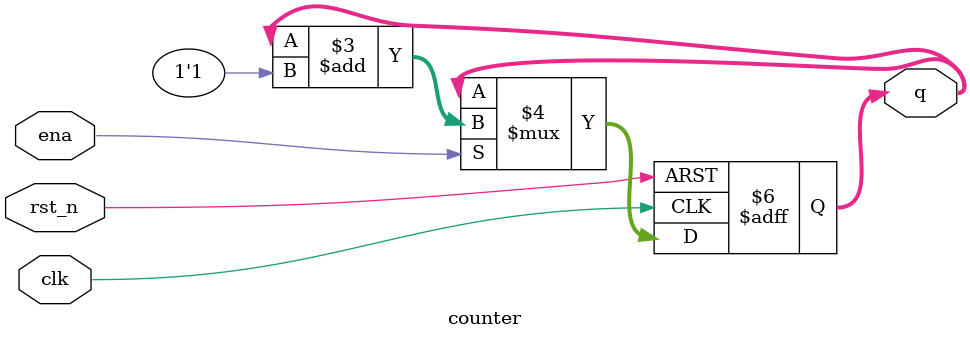
<source format=v>


module counter (

  //////////// CLOCK //////////
  clk,
  //////////// RESET (ACTIVE LOW) //////////  
  rst_n,
  //////////// ENABLE //////////  
  ena,
  //////////// COUNTER OUTPUT //////////
  q
);

//=======================================================
//  PARAMETER declarations
//=======================================================

  //////////// WIDTH OF COUNTER //////////
  parameter width = 8; 

//=======================================================
//  PORT declarations
//=======================================================

  //////////// CLOCK //////////
  input                 clk;
  //////////// RESET (ACTIVE LOW) //////////  
  input                 rst_n;
  //////////// ENABLE //////////  
  input                 ena;
  //////////// COUNTER OUTPUT //////////
  output  [width-1:0]   q;
  
//=======================================================
//  REG/WIRE declarations
//=======================================================  

  reg     [width-1:0]   q;

//=======================================================
//  Structural coding
//=======================================================  
  
  // Counter process
  always @ ( posedge clk or negedge rst_n )
  begin: q_out_proc
    if ( !rst_n ) 
    begin
      q <= 1'b0;
    end 
    else if ( ena )
    begin
      q <= q + 1'b1;
    end
  end
  
endmodule

</source>
